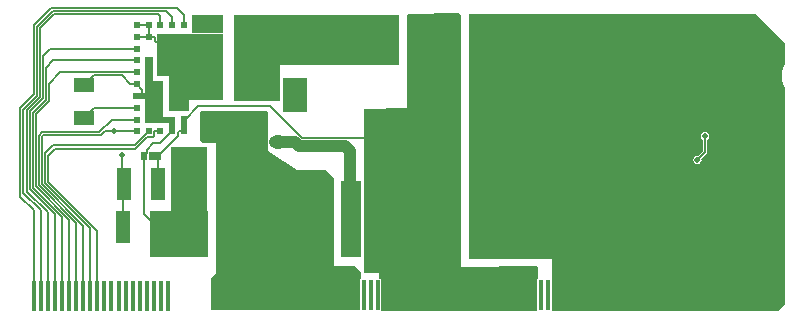
<source format=gbr>
%TF.GenerationSoftware,Altium Limited,CircuitMaker,2.0.2 (2.0.2.40)*%
G04 Layer_Physical_Order=1*
G04 Layer_Color=25308*
%FSLAX24Y24*%
%MOIN*%
%TF.SameCoordinates,FDAE7A5D-6217-40FD-BC7F-11D62B7A5D98*%
%TF.FilePolarity,Positive*%
%TF.FileFunction,Copper,L1,Top,Signal*%
%TF.Part,Single*%
G01*
G75*
%TA.AperFunction,SMDPad,CuDef*%
%ADD10R,0.0413X0.0276*%
%ADD11R,0.0205X0.0276*%
%ADD12R,0.0945X0.0945*%
%ADD13R,0.0787X0.1142*%
%TA.AperFunction,BGAPad,SMDef*%
%ADD14R,0.0236X0.0236*%
%ADD15R,0.0236X0.0236*%
%TA.AperFunction,SMDPad,CuDef*%
%ADD16R,0.0512X0.1063*%
%TA.AperFunction,ConnectorPad*%
%ADD17R,0.0157X0.0984*%
%TA.AperFunction,SMDPad,CuDef*%
%ADD18R,0.0472X0.1063*%
%ADD19R,0.0709X0.0512*%
%TA.AperFunction,Conductor*%
%ADD20C,0.0059*%
%ADD21C,0.0394*%
%ADD22R,0.0236X0.0512*%
%ADD23R,0.0874X0.1280*%
%ADD24R,0.5500X0.1689*%
%ADD25R,0.1600X0.0800*%
%ADD26R,0.0650X0.2900*%
%ADD27R,0.2205X0.1417*%
%ADD28R,0.1043X0.0640*%
%ADD29R,0.0709X0.1309*%
%ADD30R,0.1122X0.2185*%
%ADD31R,0.0010X0.0630*%
%ADD32R,0.0236X0.0630*%
%ADD33R,0.1024X0.0236*%
%ADD34R,0.0630X0.1417*%
%ADD35R,0.0256X0.0837*%
%ADD36R,0.0659X0.0236*%
%ADD37R,0.1929X0.1535*%
%ADD38R,0.1220X0.2126*%
%ADD39R,0.0669X0.2520*%
%TA.AperFunction,ViaPad*%
%ADD40C,0.0197*%
%ADD41C,0.0500*%
G36*
X24064Y16775D02*
X24055Y16457D01*
Y15472D01*
X25030Y14862D01*
X25994D01*
X26270Y14587D01*
Y11663D01*
X26939D01*
X27146Y11457D01*
Y11212D01*
X27132D01*
Y10187D01*
X22156D01*
X22148Y10195D01*
Y11222D01*
X22343Y11417D01*
Y15768D01*
X21870D01*
X21791Y15846D01*
Y16762D01*
X21841Y16811D01*
X24029D01*
X24064Y16775D01*
D02*
G37*
G36*
X41299Y19055D02*
Y18392D01*
X41257Y18314D01*
X41212Y18165D01*
X41204Y18081D01*
X41203Y18079D01*
X41193Y18033D01*
X41193Y18033D01*
X41193Y18033D01*
Y18033D01*
Y18033D01*
X41193Y18031D01*
X41196Y17996D01*
X41196Y17996D01*
X41196Y17996D01*
X41197Y17987D01*
X41197Y17984D01*
X41202Y17936D01*
X41212Y17830D01*
X41261Y17669D01*
X41299Y17598D01*
Y10394D01*
X41063Y10157D01*
X33543D01*
Y11890D01*
X30748D01*
Y20039D01*
X40315D01*
X41299Y19055D01*
D02*
G37*
G36*
X30465Y20054D02*
X30482Y20020D01*
X30482D01*
Y11634D01*
X33022Y11638D01*
X33054Y11619D01*
X33071Y11585D01*
X33071D01*
X33072Y11247D01*
X33038Y11212D01*
X33038D01*
Y10149D01*
X32991Y10141D01*
X27888D01*
X27841Y10149D01*
Y11212D01*
X27756D01*
Y11437D01*
X27303Y11433D01*
X27303Y11433D01*
X27275Y11444D01*
X27254Y11486D01*
Y11486D01*
X27254Y11486D01*
X27254Y11486D01*
X27250Y16850D01*
X27262Y16879D01*
X27303Y16900D01*
Y16900D01*
X28711Y16919D01*
X28701Y20014D01*
X28706Y20027D01*
X28732Y20059D01*
X30433Y20073D01*
X30465Y20054D01*
D02*
G37*
%LPC*%
G36*
X38632Y16125D02*
X38578Y16114D01*
X38533Y16084D01*
X38502Y16038D01*
X38491Y15984D01*
X38502Y15930D01*
X38533Y15885D01*
X38562Y15865D01*
Y15482D01*
X38410Y15331D01*
X38376Y15337D01*
X38322Y15327D01*
X38277Y15296D01*
X38246Y15251D01*
X38235Y15197D01*
X38246Y15143D01*
X38277Y15098D01*
X38322Y15067D01*
X38376Y15056D01*
X38430Y15067D01*
X38475Y15098D01*
X38506Y15143D01*
X38516Y15197D01*
X38510Y15231D01*
X38682Y15403D01*
X38697Y15426D01*
X38702Y15453D01*
Y15865D01*
X38731Y15885D01*
X38762Y15930D01*
X38772Y15984D01*
X38762Y16038D01*
X38731Y16084D01*
X38686Y16114D01*
X38632Y16125D01*
D02*
G37*
%LPD*%
D10*
X20295Y15325D02*
D03*
D11*
X19935D02*
D03*
D12*
X27943Y18898D02*
D03*
Y15906D02*
D03*
D13*
X24951Y17362D02*
D03*
D14*
X19685Y19685D02*
D03*
D15*
X20079D02*
D03*
X20472D02*
D03*
X20866D02*
D03*
X21260D02*
D03*
X21654D02*
D03*
X22047D02*
D03*
X22441D02*
D03*
X23228D02*
D03*
X19685Y19291D02*
D03*
X20079D02*
D03*
X20472D02*
D03*
X20866D02*
D03*
X21260D02*
D03*
X21654D02*
D03*
X22047D02*
D03*
X22441D02*
D03*
X23228D02*
D03*
X19685Y18898D02*
D03*
X20472D02*
D03*
X20866D02*
D03*
X21260D02*
D03*
X21654D02*
D03*
X22047D02*
D03*
X22441D02*
D03*
X23228D02*
D03*
X19685Y18504D02*
D03*
X20079D02*
D03*
X20472D02*
D03*
X20866D02*
D03*
X21260D02*
D03*
X21654D02*
D03*
X22047D02*
D03*
X22441D02*
D03*
X23228D02*
D03*
X19685Y18110D02*
D03*
X20079D02*
D03*
X20472D02*
D03*
X20866D02*
D03*
X21260D02*
D03*
X21654D02*
D03*
X22047D02*
D03*
X22441D02*
D03*
X23228D02*
D03*
X19685Y17717D02*
D03*
X20079D02*
D03*
X20472D02*
D03*
X20866D02*
D03*
X21260D02*
D03*
X21654D02*
D03*
X22047D02*
D03*
X22441D02*
D03*
X23228D02*
D03*
X19685Y17323D02*
D03*
X20079D02*
D03*
X20472D02*
D03*
X20866D02*
D03*
X21260D02*
D03*
X21654D02*
D03*
X22047D02*
D03*
X22441D02*
D03*
X23228D02*
D03*
X19685Y16929D02*
D03*
X20079D02*
D03*
X20472D02*
D03*
X20866D02*
D03*
X21260D02*
D03*
X19685Y16535D02*
D03*
X20079D02*
D03*
X20472D02*
D03*
X20866D02*
D03*
X21260D02*
D03*
X22047D02*
D03*
X22441D02*
D03*
X22835D02*
D03*
X23228D02*
D03*
X19685Y16142D02*
D03*
X20079D02*
D03*
X20472D02*
D03*
X20866D02*
D03*
X21260D02*
D03*
X22047D02*
D03*
X22441D02*
D03*
X22835D02*
D03*
X23228D02*
D03*
D16*
X31022Y16535D02*
D03*
X29920D02*
D03*
X31004Y17854D02*
D03*
X29902D02*
D03*
X30992Y15148D02*
D03*
X29890D02*
D03*
X31014Y13760D02*
D03*
X29911D02*
D03*
X31004Y19193D02*
D03*
X29902D02*
D03*
X31014Y12451D02*
D03*
X29911D02*
D03*
X22884Y12500D02*
D03*
X21781D02*
D03*
X26821Y12520D02*
D03*
X25719D02*
D03*
X22874Y15069D02*
D03*
X21772D02*
D03*
X25709Y13829D02*
D03*
X26811D02*
D03*
X22884Y13799D02*
D03*
X21781D02*
D03*
D17*
X25626Y10681D02*
D03*
X25390D02*
D03*
X25154D02*
D03*
X24918D02*
D03*
X24681D02*
D03*
X24445D02*
D03*
X24209D02*
D03*
X23973D02*
D03*
X23737D02*
D03*
X23500D02*
D03*
X23264D02*
D03*
X23028D02*
D03*
X22792D02*
D03*
X22556D02*
D03*
X22319D02*
D03*
X40951D02*
D03*
X40715D02*
D03*
X40479D02*
D03*
X40243D02*
D03*
X40006D02*
D03*
X39770D02*
D03*
X39534D02*
D03*
X39298D02*
D03*
X39061D02*
D03*
X38825D02*
D03*
X38589D02*
D03*
X38353D02*
D03*
X38117D02*
D03*
X37880D02*
D03*
X37644D02*
D03*
X37408D02*
D03*
X37172D02*
D03*
X36935D02*
D03*
X36699D02*
D03*
X36463D02*
D03*
X35282D02*
D03*
X35518D02*
D03*
X35754D02*
D03*
X35991D02*
D03*
X36227D02*
D03*
X34101D02*
D03*
X34337D02*
D03*
X34573D02*
D03*
X34809D02*
D03*
X35046D02*
D03*
X33865D02*
D03*
X33628D02*
D03*
X33392D02*
D03*
X33156D02*
D03*
X32920D02*
D03*
X32683D02*
D03*
X32447D02*
D03*
X32211D02*
D03*
X31975D02*
D03*
X31739D02*
D03*
X31502D02*
D03*
X31266D02*
D03*
X31030D02*
D03*
X30794D02*
D03*
X30557D02*
D03*
X30321D02*
D03*
X30085D02*
D03*
X29849D02*
D03*
X29613D02*
D03*
X29376D02*
D03*
X29140D02*
D03*
X28904D02*
D03*
X26306D02*
D03*
X26542D02*
D03*
X26778D02*
D03*
X27014D02*
D03*
X27250D02*
D03*
X27487D02*
D03*
X27723D02*
D03*
X27959D02*
D03*
X28195D02*
D03*
X28431D02*
D03*
X28668D02*
D03*
X26069D02*
D03*
X25833D02*
D03*
X16246Y10651D02*
D03*
X16483D02*
D03*
X16719D02*
D03*
X16955D02*
D03*
X17191D02*
D03*
X18372D02*
D03*
X18136D02*
D03*
X17900D02*
D03*
X17664D02*
D03*
X17428D02*
D03*
X19554D02*
D03*
X19317D02*
D03*
X19081D02*
D03*
X18845D02*
D03*
X18609D02*
D03*
X19790D02*
D03*
X20026D02*
D03*
X20262D02*
D03*
X20498D02*
D03*
X20735D02*
D03*
D18*
X20394Y14380D02*
D03*
X19252D02*
D03*
X19232Y12963D02*
D03*
X20374D02*
D03*
D19*
X17933Y17687D02*
D03*
Y16585D02*
D03*
D20*
X16720Y14467D02*
X18372Y12815D01*
X16713Y14467D02*
X16720D01*
X16713D02*
Y15315D01*
X16949Y15551D01*
X16614Y15404D02*
X16890Y15679D01*
X16614Y14426D02*
Y15404D01*
X16516Y14386D02*
Y15953D01*
X16417Y14345D02*
Y15994D01*
X16319Y14304D02*
Y16721D01*
X16220Y14263D02*
Y16762D01*
X16122Y14222D02*
Y16817D01*
X16024Y14134D02*
Y16857D01*
X15896Y14094D02*
Y16869D01*
X15797Y13957D02*
Y16909D01*
X16890Y15679D02*
X19616D01*
X16516Y14386D02*
X17900Y13001D01*
X16516Y15953D02*
X16576Y16014D01*
X16417Y14345D02*
X17664Y13098D01*
X16417Y15994D02*
X16535Y16112D01*
X16319Y16721D02*
X16752Y17154D01*
X16319Y14304D02*
X17428Y13195D01*
X16220Y16762D02*
X16654Y17195D01*
X16220Y14263D02*
X17191Y13292D01*
X16122Y16817D02*
X16555Y17250D01*
X16122Y14222D02*
X16955Y13389D01*
X16024Y14134D02*
X16719Y13439D01*
X16024Y16857D02*
X16457Y17291D01*
X15896Y14094D02*
X16483Y13507D01*
X15896Y16869D02*
X16358Y17331D01*
X15797Y13957D02*
X16246Y13507D01*
X15797Y16909D02*
X16260Y17372D01*
X18136Y10651D02*
Y12904D01*
X16614Y14426D02*
X18136Y12904D01*
X17900Y10651D02*
Y13001D01*
X16576Y16014D02*
X18486D01*
X18614Y16142D01*
X18927D01*
X16949Y15551D02*
X19627D01*
X20031Y15955D01*
X18372Y10651D02*
Y12815D01*
X38376Y15197D02*
X38632Y15453D01*
Y15984D01*
X19232Y12963D02*
Y14360D01*
X19252Y14380D01*
X19203Y14429D02*
X19252Y14380D01*
X19203Y14429D02*
Y15354D01*
X20225Y15955D02*
X20266Y15995D01*
X20031Y15955D02*
X20225D01*
X19616Y15679D02*
X20079Y16142D01*
X18927D02*
X19685D01*
X20266Y15995D02*
Y16142D01*
X20472D01*
X17664Y10651D02*
Y13098D01*
X16535Y16112D02*
X18445D01*
X18868Y16535D01*
X19685D01*
X17428Y10651D02*
Y13195D01*
X16752Y17154D02*
Y17726D01*
X17136Y18110D01*
X19685D01*
X17864Y16526D02*
X18248Y16909D01*
X17992Y17746D02*
X18258Y18012D01*
X19935Y13402D02*
X20374Y12963D01*
X19935Y13402D02*
Y15325D01*
X20463Y15738D02*
X20866Y16142D01*
X20226Y15738D02*
X20463D01*
X20020Y15532D02*
X20226Y15738D01*
X20020Y15409D02*
Y15532D01*
X19935Y15325D02*
X20020Y15409D01*
X25207Y15906D02*
X27943D01*
X24134Y16978D02*
X25207Y15906D01*
X21721Y16978D02*
X24134D01*
X21279Y16535D02*
X21721Y16978D01*
X21260Y16535D02*
X21279D01*
X21112Y16142D02*
X21260D01*
X21053Y16083D02*
X21112Y16142D01*
X21053Y15995D02*
Y16083D01*
X20383Y15325D02*
X21053Y15995D01*
X20295Y15325D02*
X20383D01*
X20295D02*
X20394Y15226D01*
Y14380D02*
Y15226D01*
X17191Y10651D02*
Y13292D01*
X16654Y17195D02*
Y18268D01*
X16457Y17291D02*
Y19575D01*
X16358Y17331D02*
Y19616D01*
X16260Y17372D02*
Y19685D01*
X16555Y17250D02*
Y18652D01*
X16654Y18268D02*
X16890Y18504D01*
X19685D01*
X16955Y10651D02*
Y13389D01*
X16555Y18652D02*
X16801Y18898D01*
X19685D01*
X16719Y10651D02*
Y13439D01*
X16457Y19575D02*
X16940Y20059D01*
X20394D01*
X20472Y19980D01*
Y19685D02*
Y19980D01*
X16483Y10651D02*
Y13507D01*
X16358Y19616D02*
X16900Y20157D01*
X20659D01*
X16260Y19685D02*
X16831Y20256D01*
X20659Y20157D02*
X20866Y19951D01*
Y19685D02*
Y19951D01*
X16246Y10651D02*
Y13507D01*
X16831Y20256D02*
X21014D01*
X21260Y20010D01*
Y19685D02*
Y20010D01*
X18258Y18012D02*
X19183D01*
X19478Y17717D01*
X19685D01*
X18248Y16909D02*
X19665D01*
X19685Y16929D01*
Y17717D02*
X19872Y17530D01*
Y17333D02*
Y17530D01*
X19685Y19685D02*
X20079D01*
Y19291D02*
Y19685D01*
X19685Y19291D02*
X20079D01*
X20285D01*
Y19145D02*
Y19291D01*
Y19145D02*
X20326Y19104D01*
X20472D01*
D21*
X26811Y13829D02*
Y15472D01*
X26644Y15640D02*
X26811Y15472D01*
X25097Y15640D02*
X26644D01*
X24949Y15787D02*
X25097Y15640D01*
X24291Y15787D02*
X24949D01*
D22*
X20866Y16398D02*
D03*
D23*
X24022Y17775D02*
D03*
D24*
X25685Y19191D02*
D03*
D25*
X22685Y16285D02*
D03*
D26*
X23260Y18585D02*
D03*
D27*
X21457Y18701D02*
D03*
D28*
X22028Y19719D02*
D03*
D29*
X21102Y17466D02*
D03*
D30*
X21998Y18297D02*
D03*
D31*
X22554Y19724D02*
D03*
D32*
X21260Y16339D02*
D03*
D33*
X20472Y16535D02*
D03*
D34*
X20276Y17126D02*
D03*
D35*
X20089Y18204D02*
D03*
D36*
X19897Y17323D02*
D03*
D37*
X21083Y12736D02*
D03*
D38*
X21437Y14567D02*
D03*
D39*
X26831Y13228D02*
D03*
D40*
X21063Y18701D02*
D03*
X37087Y19094D02*
D03*
X35512Y18661D02*
D03*
Y18268D02*
D03*
Y17795D02*
D03*
X21850Y17874D02*
D03*
X21063D02*
D03*
X21850Y18661D02*
D03*
X38376Y15197D02*
D03*
X38632Y15984D02*
D03*
X19203Y15354D02*
D03*
X18927Y16142D02*
D03*
D41*
X21142Y14449D02*
D03*
X21102Y13150D02*
D03*
X36732Y12992D02*
D03*
X36693Y14331D02*
D03*
X32126Y12992D02*
D03*
X24409Y15787D02*
D03*
%TF.MD5,0228e8a613228b5e46835cd4cbee9f83*%
M02*

</source>
